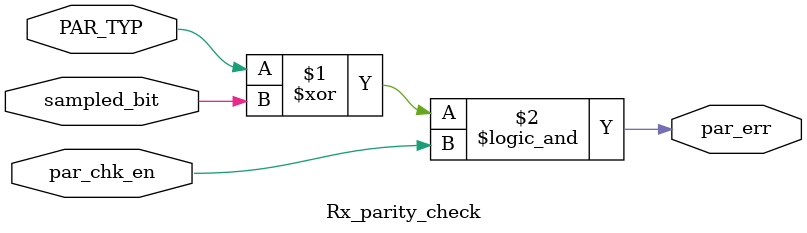
<source format=sv>
module Rx_parity_check(sampled_bit,par_chk_en,PAR_TYP,par_err);


input sampled_bit,par_chk_en,PAR_TYP;
output par_err;


assign par_err =  ((PAR_TYP ^ sampled_bit) && par_chk_en) ; // even PAR_TYP = 0 else ODD



endmodule
</source>
